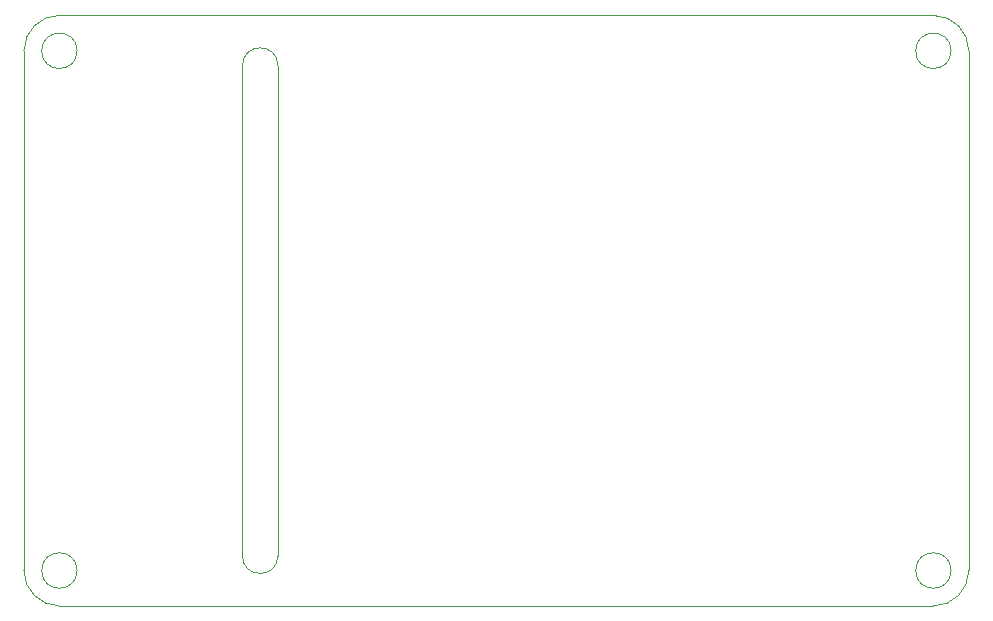
<source format=gbr>
%TF.GenerationSoftware,KiCad,Pcbnew,7.0.11-rc3*%
%TF.CreationDate,2025-03-16T23:29:25+08:00*%
%TF.ProjectId,miniAIR,6d696e69-4149-4522-9e6b-696361645f70,rev?*%
%TF.SameCoordinates,Original*%
%TF.FileFunction,Profile,NP*%
%FSLAX46Y46*%
G04 Gerber Fmt 4.6, Leading zero omitted, Abs format (unit mm)*
G04 Created by KiCad (PCBNEW 7.0.11-rc3) date 2025-03-16 23:29:25*
%MOMM*%
%LPD*%
G01*
G04 APERTURE LIST*
%TA.AperFunction,Profile*%
%ADD10C,0.050000*%
%TD*%
G04 APERTURE END LIST*
D10*
X188500000Y-107000000D02*
G75*
G03*
X185500000Y-107000000I-1500000J0D01*
G01*
X185500000Y-107000000D02*
G75*
G03*
X188500000Y-107000000I1500000J0D01*
G01*
X131500000Y-64250000D02*
G75*
G03*
X128500000Y-64250000I-1500000J0D01*
G01*
X187000000Y-110000000D02*
G75*
G03*
X190000000Y-107000000I0J3000000D01*
G01*
X113000000Y-60000000D02*
G75*
G03*
X110000000Y-63000000I0J-3000000D01*
G01*
X190000000Y-63000000D02*
X190000000Y-107000000D01*
X113000000Y-110000000D02*
X187000000Y-110000000D01*
X110000000Y-107000000D02*
G75*
G03*
X113000000Y-110000000I3000000J0D01*
G01*
X128500000Y-64250000D02*
X128500000Y-105750000D01*
X114500000Y-63000000D02*
G75*
G03*
X111500000Y-63000000I-1500000J0D01*
G01*
X111500000Y-63000000D02*
G75*
G03*
X114500000Y-63000000I1500000J0D01*
G01*
X188500000Y-63000000D02*
G75*
G03*
X185500000Y-63000000I-1500000J0D01*
G01*
X185500000Y-63000000D02*
G75*
G03*
X188500000Y-63000000I1500000J0D01*
G01*
X190000000Y-63000000D02*
G75*
G03*
X187000000Y-60000000I-3000000J0D01*
G01*
X110000000Y-107000000D02*
X110000000Y-63000000D01*
X114500000Y-107000000D02*
G75*
G03*
X111500000Y-107000000I-1500000J0D01*
G01*
X111500000Y-107000000D02*
G75*
G03*
X114500000Y-107000000I1500000J0D01*
G01*
X113000000Y-60000000D02*
X187000000Y-60000000D01*
X131500000Y-105750000D02*
X131500000Y-64250000D01*
X128500000Y-105750000D02*
G75*
G03*
X131500000Y-105750000I1500000J0D01*
G01*
M02*

</source>
